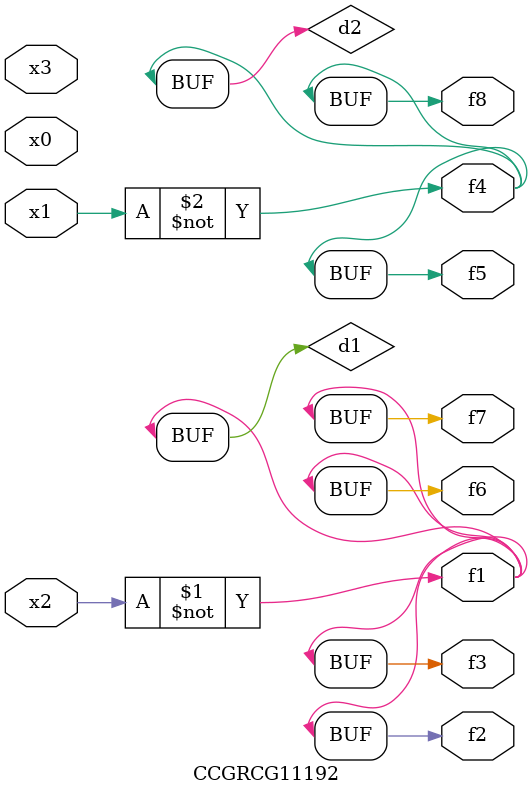
<source format=v>
module CCGRCG11192(
	input x0, x1, x2, x3,
	output f1, f2, f3, f4, f5, f6, f7, f8
);

	wire d1, d2;

	xnor (d1, x2);
	not (d2, x1);
	assign f1 = d1;
	assign f2 = d1;
	assign f3 = d1;
	assign f4 = d2;
	assign f5 = d2;
	assign f6 = d1;
	assign f7 = d1;
	assign f8 = d2;
endmodule

</source>
